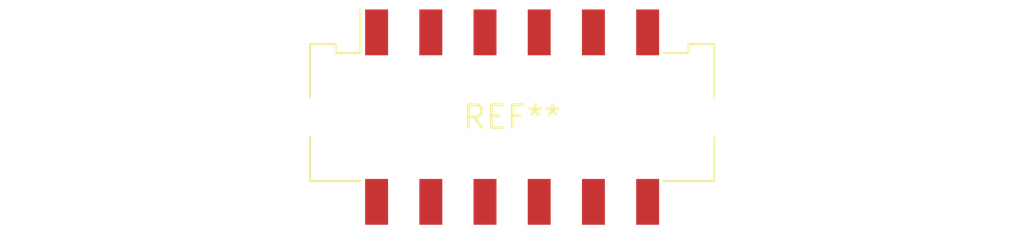
<source format=kicad_pcb>
(kicad_pcb (version 20240108) (generator pcbnew)
  (layers (0 "F.Cu" signal) (31 "B.Cu" signal) (34 "B.Paste" user) (35 "F.Paste" user) (36 "B.SilkS" user "B.Silkscreen") (37 "F.SilkS" user "F.Silkscreen") (38 "B.Mask" user) (39 "F.Mask" user) (44 "Edge.Cuts" user))
  (net 0 "")
  (footprint "Molex_Micro-Fit_3.0_43045-1215_2x06_P3.00mm_Vertical" (layer "F.Cu") (at 0 0)
    (property "Reference" "REF**")
    (property "Value" "Molex_Micro-Fit_3.0_43045-1215_2x06_P3.00mm_Vertical")
    (fp_line (start -11.185 -4.05) (end -9.765 -4.05) (layer "F.SilkS") (stroke (width 0.12)))
    (fp_line (start -11.185 -1.085) (end -11.185 -4.05) (layer "F.SilkS") (stroke (width 0.12)))
    (fp_line (start -11.185 1.085) (end -11.185 3.54) (layer "F.SilkS") (stroke (width 0.12)))
    (fp_line (start -11.185 3.54) (end -8.395 3.54) (layer "F.SilkS") (stroke (width 0.12)))
    (fp_line (start -9.765 -4.05) (end -9.765 -3.55) (layer "F.SilkS") (stroke (width 0.12)))
    (fp_line (start -9.765 -3.55) (end -8.395 -3.55) (layer "F.SilkS") (stroke (width 0.12)))
    (fp_line (start -8.395 -3.55) (end -8.395 -5.97) (layer "F.SilkS") (stroke (width 0.12)))
    (fp_line (start 9.765 -4.05) (end 9.765 -3.55) (layer "F.SilkS") (stroke (width 0.12)))
    (fp_line (start 9.765 -3.55) (end 8.395 -3.55) (layer "F.SilkS") (stroke (width 0.12)))
    (fp_line (start 11.185 -4.05) (end 9.765 -4.05) (layer "F.SilkS") (stroke (width 0.12)))
    (fp_line (start 11.185 -1.085) (end 11.185 -4.05) (layer "F.SilkS") (stroke (width 0.12)))
    (fp_line (start 11.185 1.085) (end 11.185 3.54) (layer "F.SilkS") (stroke (width 0.12)))
    (fp_line (start 11.185 3.54) (end 8.395 3.54) (layer "F.SilkS") (stroke (width 0.12)))
    (pad "" np_thru_hole circle (at -9.65 0) (size 2.41 2.41) (drill 2.41) (layers *.Cu *.Mask))
    (pad "" np_thru_hole circle (at 9.65 0) (size 2.41 2.41) (drill 2.41) (layers *.Cu *.Mask))
    (pad "1" smd rect (at -7.5 -4.7) (size 1.27 2.54) (layers "F.Cu" "F.Paste" "F.Mask"))
    (pad "2" smd rect (at -4.5 -4.7) (size 1.27 2.54) (layers "F.Cu" "F.Paste" "F.Mask"))
    (pad "3" smd rect (at -1.5 -4.7) (size 1.27 2.54) (layers "F.Cu" "F.Paste" "F.Mask"))
    (pad "4" smd rect (at 1.5 -4.7) (size 1.27 2.54) (layers "F.Cu" "F.Paste" "F.Mask"))
    (pad "5" smd rect (at 4.5 -4.7) (size 1.27 2.54) (layers "F.Cu" "F.Paste" "F.Mask"))
    (pad "6" smd rect (at 7.5 -4.7) (size 1.27 2.54) (layers "F.Cu" "F.Paste" "F.Mask"))
    (pad "7" smd rect (at -7.5 4.7) (size 1.27 2.54) (layers "F.Cu" "F.Paste" "F.Mask"))
    (pad "8" smd rect (at -4.5 4.7) (size 1.27 2.54) (layers "F.Cu" "F.Paste" "F.Mask"))
    (pad "9" smd rect (at -1.5 4.7) (size 1.27 2.54) (layers "F.Cu" "F.Paste" "F.Mask"))
    (pad "10" smd rect (at 1.5 4.7) (size 1.27 2.54) (layers "F.Cu" "F.Paste" "F.Mask"))
    (pad "11" smd rect (at 4.5 4.7) (size 1.27 2.54) (layers "F.Cu" "F.Paste" "F.Mask"))
    (pad "12" smd rect (at 7.5 4.7) (size 1.27 2.54) (layers "F.Cu" "F.Paste" "F.Mask"))
  )
)
</source>
